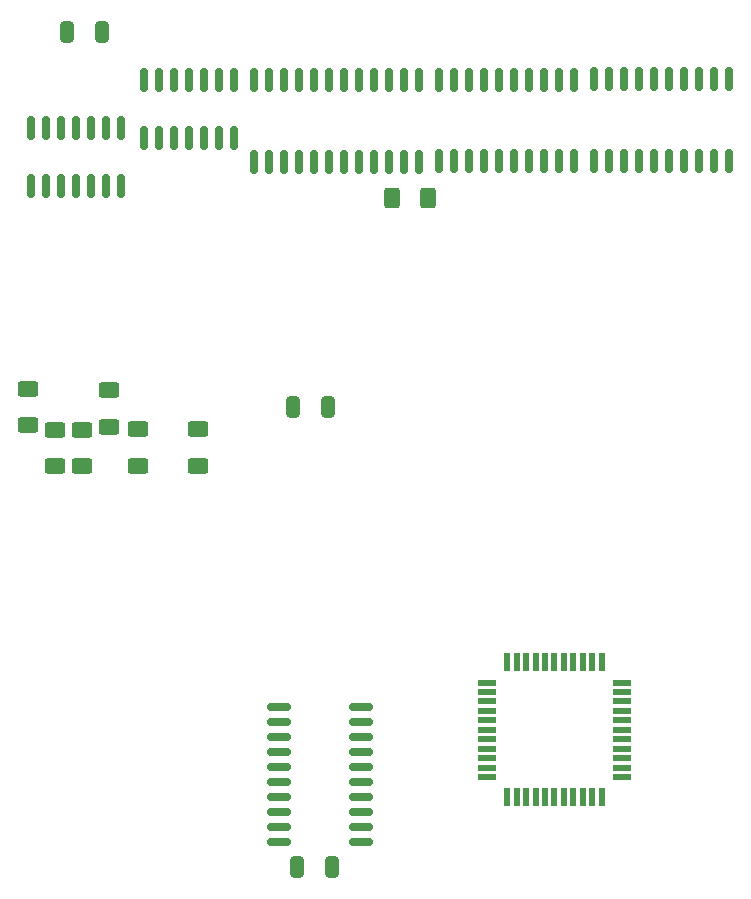
<source format=gbr>
%TF.GenerationSoftware,KiCad,Pcbnew,7.0.5-7.0.5~ubuntu20.04.1*%
%TF.CreationDate,2023-07-18T13:55:00+02:00*%
%TF.ProjectId,CPU6502_6802,43505536-3530-4325-9f36-3830322e6b69,rev?*%
%TF.SameCoordinates,Original*%
%TF.FileFunction,Paste,Top*%
%TF.FilePolarity,Positive*%
%FSLAX46Y46*%
G04 Gerber Fmt 4.6, Leading zero omitted, Abs format (unit mm)*
G04 Created by KiCad (PCBNEW 7.0.5-7.0.5~ubuntu20.04.1) date 2023-07-18 13:55:00*
%MOMM*%
%LPD*%
G01*
G04 APERTURE LIST*
G04 Aperture macros list*
%AMRoundRect*
0 Rectangle with rounded corners*
0 $1 Rounding radius*
0 $2 $3 $4 $5 $6 $7 $8 $9 X,Y pos of 4 corners*
0 Add a 4 corners polygon primitive as box body*
4,1,4,$2,$3,$4,$5,$6,$7,$8,$9,$2,$3,0*
0 Add four circle primitives for the rounded corners*
1,1,$1+$1,$2,$3*
1,1,$1+$1,$4,$5*
1,1,$1+$1,$6,$7*
1,1,$1+$1,$8,$9*
0 Add four rect primitives between the rounded corners*
20,1,$1+$1,$2,$3,$4,$5,0*
20,1,$1+$1,$4,$5,$6,$7,0*
20,1,$1+$1,$6,$7,$8,$9,0*
20,1,$1+$1,$8,$9,$2,$3,0*%
G04 Aperture macros list end*
%ADD10RoundRect,0.250000X-0.325000X-0.650000X0.325000X-0.650000X0.325000X0.650000X-0.325000X0.650000X0*%
%ADD11RoundRect,0.150000X0.150000X-0.837500X0.150000X0.837500X-0.150000X0.837500X-0.150000X-0.837500X0*%
%ADD12RoundRect,0.150000X-0.150000X0.837500X-0.150000X-0.837500X0.150000X-0.837500X0.150000X0.837500X0*%
%ADD13RoundRect,0.250000X-0.625000X0.400000X-0.625000X-0.400000X0.625000X-0.400000X0.625000X0.400000X0*%
%ADD14RoundRect,0.250000X0.625000X-0.400000X0.625000X0.400000X-0.625000X0.400000X-0.625000X-0.400000X0*%
%ADD15RoundRect,0.250000X0.325000X0.650000X-0.325000X0.650000X-0.325000X-0.650000X0.325000X-0.650000X0*%
%ADD16RoundRect,0.150000X0.837500X0.150000X-0.837500X0.150000X-0.837500X-0.150000X0.837500X-0.150000X0*%
%ADD17RoundRect,0.150000X0.150000X-0.825000X0.150000X0.825000X-0.150000X0.825000X-0.150000X-0.825000X0*%
%ADD18RoundRect,0.250000X0.400000X0.625000X-0.400000X0.625000X-0.400000X-0.625000X0.400000X-0.625000X0*%
%ADD19R,0.550000X1.500000*%
%ADD20R,1.500000X0.550000*%
G04 APERTURE END LIST*
D10*
%TO.C,C5*%
X155878000Y-91694000D03*
X158828000Y-91694000D03*
%TD*%
D11*
%TO.C,U2*%
X168249600Y-70866000D03*
X169519600Y-70866000D03*
X170789600Y-70866000D03*
X172059600Y-70866000D03*
X173329600Y-70866000D03*
X174599600Y-70866000D03*
X175869600Y-70866000D03*
X177139600Y-70866000D03*
X178409600Y-70866000D03*
X179679600Y-70866000D03*
X179679600Y-63941000D03*
X178409600Y-63941000D03*
X177139600Y-63941000D03*
X175869600Y-63941000D03*
X174599600Y-63941000D03*
X173329600Y-63941000D03*
X172059600Y-63941000D03*
X170789600Y-63941000D03*
X169519600Y-63941000D03*
X168249600Y-63941000D03*
%TD*%
%TO.C,U3*%
X181406800Y-70849800D03*
X182676800Y-70849800D03*
X183946800Y-70849800D03*
X185216800Y-70849800D03*
X186486800Y-70849800D03*
X187756800Y-70849800D03*
X189026800Y-70849800D03*
X190296800Y-70849800D03*
X191566800Y-70849800D03*
X192836800Y-70849800D03*
X192836800Y-63924800D03*
X191566800Y-63924800D03*
X190296800Y-63924800D03*
X189026800Y-63924800D03*
X187756800Y-63924800D03*
X186486800Y-63924800D03*
X185216800Y-63924800D03*
X183946800Y-63924800D03*
X182676800Y-63924800D03*
X181406800Y-63924800D03*
%TD*%
D12*
%TO.C,U5*%
X166522400Y-63957200D03*
X165252400Y-63957200D03*
X163982400Y-63957200D03*
X162712400Y-63957200D03*
X161442400Y-63957200D03*
X160172400Y-63957200D03*
X158902400Y-63957200D03*
X157632400Y-63957200D03*
X156362400Y-63957200D03*
X155092400Y-63957200D03*
X153822400Y-63957200D03*
X152552400Y-63957200D03*
X152552400Y-70882200D03*
X153822400Y-70882200D03*
X155092400Y-70882200D03*
X156362400Y-70882200D03*
X157632400Y-70882200D03*
X158902400Y-70882200D03*
X160172400Y-70882200D03*
X161442400Y-70882200D03*
X162712400Y-70882200D03*
X163982400Y-70882200D03*
X165252400Y-70882200D03*
X166522400Y-70882200D03*
%TD*%
D13*
%TO.C,R3*%
X138049000Y-93573000D03*
X138049000Y-96673000D03*
%TD*%
D14*
%TO.C,R4*%
X133477000Y-93218000D03*
X133477000Y-90118000D03*
%TD*%
D15*
%TO.C,C4*%
X159210800Y-130606800D03*
X156260800Y-130606800D03*
%TD*%
D16*
%TO.C,U6*%
X161611000Y-128473200D03*
X161611000Y-127203200D03*
X161611000Y-125933200D03*
X161611000Y-124663200D03*
X161611000Y-123393200D03*
X161611000Y-122123200D03*
X161611000Y-120853200D03*
X161611000Y-119583200D03*
X161611000Y-118313200D03*
X161611000Y-117043200D03*
X154686000Y-117043200D03*
X154686000Y-118313200D03*
X154686000Y-119583200D03*
X154686000Y-120853200D03*
X154686000Y-122123200D03*
X154686000Y-123393200D03*
X154686000Y-124663200D03*
X154686000Y-125933200D03*
X154686000Y-127203200D03*
X154686000Y-128473200D03*
%TD*%
D14*
%TO.C,R7*%
X140335000Y-93345000D03*
X140335000Y-90245000D03*
%TD*%
D17*
%TO.C,U9*%
X133731000Y-72960000D03*
X135001000Y-72960000D03*
X136271000Y-72960000D03*
X137541000Y-72960000D03*
X138811000Y-72960000D03*
X140081000Y-72960000D03*
X141351000Y-72960000D03*
X141351000Y-68010000D03*
X140081000Y-68010000D03*
X138811000Y-68010000D03*
X137541000Y-68010000D03*
X136271000Y-68010000D03*
X135001000Y-68010000D03*
X133731000Y-68010000D03*
%TD*%
D13*
%TO.C,R5*%
X147828000Y-93560000D03*
X147828000Y-96660000D03*
%TD*%
D17*
%TO.C,U8*%
X143256000Y-68896000D03*
X144526000Y-68896000D03*
X145796000Y-68896000D03*
X147066000Y-68896000D03*
X148336000Y-68896000D03*
X149606000Y-68896000D03*
X150876000Y-68896000D03*
X150876000Y-63946000D03*
X149606000Y-63946000D03*
X148336000Y-63946000D03*
X147066000Y-63946000D03*
X145796000Y-63946000D03*
X144526000Y-63946000D03*
X143256000Y-63946000D03*
%TD*%
D13*
%TO.C,R6*%
X142748000Y-93560000D03*
X142748000Y-96660000D03*
%TD*%
D18*
%TO.C,R2*%
X167335800Y-73939400D03*
X164235800Y-73939400D03*
%TD*%
D19*
%TO.C,U1*%
X174029000Y-124694805D03*
X174829000Y-124694805D03*
X175629000Y-124694805D03*
X176429000Y-124694805D03*
X177229000Y-124694805D03*
X178029000Y-124694805D03*
X178829000Y-124694805D03*
X179629000Y-124694805D03*
X180429000Y-124694805D03*
X181229000Y-124694805D03*
X182029000Y-124694805D03*
D20*
X183729000Y-122994805D03*
X183729000Y-122194805D03*
X183729000Y-121394805D03*
X183729000Y-120594805D03*
X183729000Y-119794805D03*
X183729000Y-118994805D03*
X183729000Y-118194805D03*
X183729000Y-117394805D03*
X183729000Y-116594805D03*
X183729000Y-115794805D03*
X183729000Y-114994805D03*
D19*
X182029000Y-113294805D03*
X181229000Y-113294805D03*
X180429000Y-113294805D03*
X179629000Y-113294805D03*
X178829000Y-113294805D03*
X178029000Y-113294805D03*
X177229000Y-113294805D03*
X176429000Y-113294805D03*
X175629000Y-113294805D03*
X174829000Y-113294805D03*
X174029000Y-113294805D03*
D20*
X172329000Y-114994805D03*
X172329000Y-115794805D03*
X172329000Y-116594805D03*
X172329000Y-117394805D03*
X172329000Y-118194805D03*
X172329000Y-118994805D03*
X172329000Y-119794805D03*
X172329000Y-120594805D03*
X172329000Y-121394805D03*
X172329000Y-122194805D03*
X172329000Y-122994805D03*
%TD*%
D15*
%TO.C,C1*%
X139703600Y-59893200D03*
X136753600Y-59893200D03*
%TD*%
D13*
%TO.C,R8*%
X135763000Y-93573000D03*
X135763000Y-96673000D03*
%TD*%
M02*

</source>
